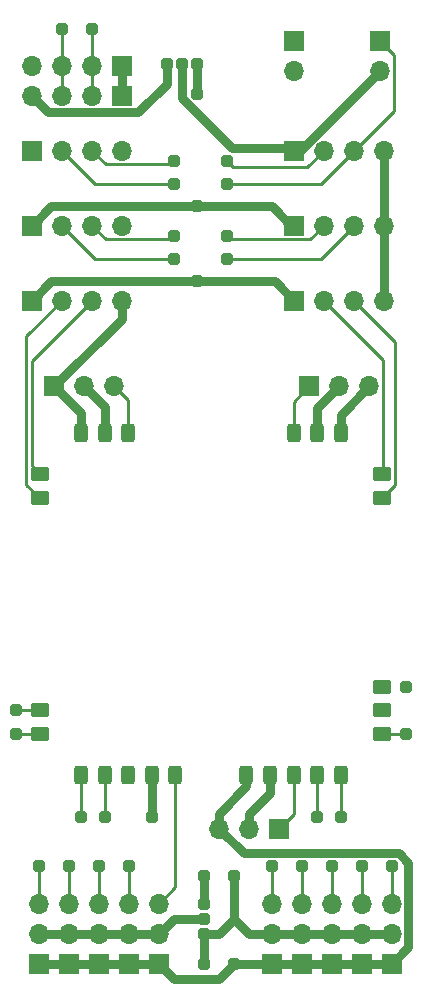
<source format=gbr>
%TF.GenerationSoftware,KiCad,Pcbnew,7.0.10*%
%TF.CreationDate,2024-02-19T04:42:38+05:30*%
%TF.ProjectId,breakout,62726561-6b6f-4757-942e-6b696361645f,rev?*%
%TF.SameCoordinates,Original*%
%TF.FileFunction,Copper,L1,Top*%
%TF.FilePolarity,Positive*%
%FSLAX46Y46*%
G04 Gerber Fmt 4.6, Leading zero omitted, Abs format (unit mm)*
G04 Created by KiCad (PCBNEW 7.0.10) date 2024-02-19 04:42:38*
%MOMM*%
%LPD*%
G01*
G04 APERTURE LIST*
G04 Aperture macros list*
%AMRoundRect*
0 Rectangle with rounded corners*
0 $1 Rounding radius*
0 $2 $3 $4 $5 $6 $7 $8 $9 X,Y pos of 4 corners*
0 Add a 4 corners polygon primitive as box body*
4,1,4,$2,$3,$4,$5,$6,$7,$8,$9,$2,$3,0*
0 Add four circle primitives for the rounded corners*
1,1,$1+$1,$2,$3*
1,1,$1+$1,$4,$5*
1,1,$1+$1,$6,$7*
1,1,$1+$1,$8,$9*
0 Add four rect primitives between the rounded corners*
20,1,$1+$1,$2,$3,$4,$5,0*
20,1,$1+$1,$4,$5,$6,$7,0*
20,1,$1+$1,$6,$7,$8,$9,0*
20,1,$1+$1,$8,$9,$2,$3,0*%
G04 Aperture macros list end*
%TA.AperFunction,SMDPad,CuDef*%
%ADD10RoundRect,0.300000X-0.500000X-0.300000X0.500000X-0.300000X0.500000X0.300000X-0.500000X0.300000X0*%
%TD*%
%TA.AperFunction,SMDPad,CuDef*%
%ADD11RoundRect,0.300000X0.300000X-0.500000X0.300000X0.500000X-0.300000X0.500000X-0.300000X-0.500000X0*%
%TD*%
%TA.AperFunction,SMDPad,CuDef*%
%ADD12RoundRect,0.250000X-0.250000X-0.250000X0.250000X-0.250000X0.250000X0.250000X-0.250000X0.250000X0*%
%TD*%
%TA.AperFunction,ComponentPad*%
%ADD13R,1.700000X1.700000*%
%TD*%
%TA.AperFunction,ComponentPad*%
%ADD14O,1.700000X1.700000*%
%TD*%
%TA.AperFunction,SMDPad,CuDef*%
%ADD15RoundRect,0.250000X-0.250000X0.250000X-0.250000X-0.250000X0.250000X-0.250000X0.250000X0.250000X0*%
%TD*%
%TA.AperFunction,Conductor*%
%ADD16C,0.250000*%
%TD*%
%TA.AperFunction,Conductor*%
%ADD17C,0.750000*%
%TD*%
G04 APERTURE END LIST*
D10*
%TO.P,U1,25,S9*%
%TO.N,Net-(J16-Pin_1)*%
X153500000Y-115000000D03*
D11*
%TO.P,U1,24,G*%
%TO.N,unconnected-(U1-G-Pad24)*%
X132000000Y-122500000D03*
D10*
%TO.P,U1,23,T6*%
%TO.N,Net-(J30-Pin_2)*%
X153500000Y-97000000D03*
%TO.P,U1,22,R6*%
%TO.N,Net-(J30-Pin_3)*%
X153500000Y-99000000D03*
%TO.P,U1,21,S10*%
%TO.N,Net-(J15-Pin_1)*%
X153500000Y-117000000D03*
%TO.P,U1,20,Rssi*%
%TO.N,unconnected-(U1-Rssi-Pad20)*%
X153500000Y-119000000D03*
D11*
%TO.P,U1,19,R2*%
%TO.N,Net-(J35-Pin_1)*%
X150000000Y-122500000D03*
%TO.P,U1,18,T2*%
%TO.N,Net-(J34-Pin_1)*%
X148000000Y-122500000D03*
%TO.P,U1,17,Sbs*%
%TO.N,Net-(J14-Pin_1)*%
X146000000Y-122500000D03*
%TO.P,U1,16,4v5*%
%TO.N,Net-(J14-Pin_2)*%
X144000000Y-122500000D03*
%TO.P,U1,15,G*%
%TO.N,Net-(J10-Pin_1)*%
X142000000Y-122500000D03*
%TO.P,U1,14,BZ-*%
%TO.N,Net-(J8-Pin_3)*%
X136000000Y-122500000D03*
%TO.P,U1,13,4v5*%
%TO.N,Net-(J3-Pin_1)*%
X134000000Y-122500000D03*
%TO.P,U1,12,T5*%
%TO.N,Net-(J2-Pin_1)*%
X130000000Y-122500000D03*
%TO.P,U1,11,R5*%
%TO.N,Net-(J1-Pin_1)*%
X128000000Y-122500000D03*
D10*
%TO.P,U1,10,SDA*%
%TO.N,Net-(J40-Pin_1)*%
X124500000Y-119000000D03*
%TO.P,U1,9,SCl*%
%TO.N,Net-(J41-Pin_1)*%
X124500000Y-117000000D03*
%TO.P,U1,8,T3*%
%TO.N,Net-(J23-Pin_2)*%
X124500000Y-99000000D03*
%TO.P,U1,7,R3*%
%TO.N,Net-(J23-Pin_3)*%
X124500000Y-97000000D03*
D11*
%TO.P,U1,6,G*%
%TO.N,/gnd*%
X128000000Y-93500000D03*
%TO.P,U1,5,5V*%
%TO.N,Net-(J21-Pin_2)*%
X130000000Y-93500000D03*
%TO.P,U1,4,Cam*%
%TO.N,Net-(J21-Pin_3)*%
X132000000Y-93500000D03*
%TO.P,U1,3,VTx*%
%TO.N,Net-(J19-Pin_1)*%
X146000000Y-93500000D03*
%TO.P,U1,2,10V*%
%TO.N,Net-(J19-Pin_2)*%
X148000000Y-93500000D03*
%TO.P,U1,1,G*%
%TO.N,/gnd*%
X150000000Y-93500000D03*
%TD*%
D12*
%TO.P,J49,1,Pin_1*%
%TO.N,Net-(J49-Pin_1)*%
X137795000Y-64770000D03*
%TD*%
%TO.P,J42,1,Pin_1*%
%TO.N,Net-(J21-Pin_2)*%
X135255000Y-62230000D03*
%TD*%
%TO.P,J67,1,Pin_1*%
%TO.N,Net-(J17-Pin_2)*%
X136525000Y-62230000D03*
%TD*%
%TO.P,J68,1,Pin_1*%
%TO.N,Net-(J49-Pin_1)*%
X137795000Y-62230000D03*
%TD*%
D13*
%TO.P,J17,1,Pin_1*%
%TO.N,Net-(J17-Pin_1)*%
X153310000Y-60325000D03*
D14*
%TO.P,J17,2,Pin_2*%
%TO.N,Net-(J17-Pin_2)*%
X153310000Y-62865000D03*
%TD*%
D13*
%TO.P,J18,1,Pin_1*%
%TO.N,/gnd*%
X146050000Y-60325000D03*
D14*
%TO.P,J18,2,Pin_2*%
%TO.N,Net-(J18-Pin_2)*%
X146050000Y-62865000D03*
%TD*%
D15*
%TO.P,J59,1,Pin_1*%
%TO.N,Net-(J26-Pin_3)*%
X126365000Y-59323333D03*
%TD*%
D13*
%TO.P,J27,1,Pin_1*%
%TO.N,/gnd*%
X131435000Y-64933333D03*
D14*
%TO.P,J27,2,Pin_2*%
%TO.N,Net-(J26-Pin_2)*%
X128895000Y-64933333D03*
%TO.P,J27,3,Pin_3*%
%TO.N,Net-(J26-Pin_3)*%
X126355000Y-64933333D03*
%TO.P,J27,4,Pin_4*%
%TO.N,Net-(J21-Pin_2)*%
X123815000Y-64933333D03*
%TD*%
D15*
%TO.P,J58,1,Pin_1*%
%TO.N,Net-(J26-Pin_2)*%
X128905000Y-59323333D03*
%TD*%
D13*
%TO.P,J26,1,Pin_1*%
%TO.N,/gnd*%
X131435000Y-62393333D03*
D14*
%TO.P,J26,2,Pin_2*%
%TO.N,Net-(J26-Pin_2)*%
X128895000Y-62393333D03*
%TO.P,J26,3,Pin_3*%
%TO.N,Net-(J26-Pin_3)*%
X126355000Y-62393333D03*
%TO.P,J26,4,Pin_4*%
%TO.N,Net-(J21-Pin_2)*%
X123815000Y-62393333D03*
%TD*%
D12*
%TO.P,J64,1,Pin_1*%
%TO.N,Net-(J4-Pin_3)*%
X124460000Y-130175000D03*
%TD*%
%TO.P,J39,1,Pin_1*%
%TO.N,Net-(J10-Pin_1)*%
X140970000Y-138430000D03*
%TD*%
D13*
%TO.P,J32,1,Pin_1*%
%TO.N,Net-(J17-Pin_2)*%
X146050000Y-69600000D03*
D14*
%TO.P,J32,2,Pin_2*%
%TO.N,Net-(J18-Pin_2)*%
X148590000Y-69600000D03*
%TO.P,J32,3,Pin_3*%
%TO.N,Net-(J17-Pin_1)*%
X151130000Y-69600000D03*
%TO.P,J32,4,Pin_4*%
%TO.N,/gnd*%
X153670000Y-69600000D03*
%TD*%
D12*
%TO.P,J40,1,Pin_1*%
%TO.N,Net-(J40-Pin_1)*%
X122500000Y-119000000D03*
%TD*%
%TO.P,J16,1,Pin_1*%
%TO.N,Net-(J16-Pin_1)*%
X155500000Y-115000000D03*
%TD*%
D14*
%TO.P,J20,3,Pin_3*%
%TO.N,/gnd*%
X152415000Y-89535000D03*
%TO.P,J20,2,Pin_2*%
%TO.N,Net-(J19-Pin_2)*%
X149875000Y-89535000D03*
D13*
%TO.P,J20,1,Pin_1*%
%TO.N,Net-(J19-Pin_1)*%
X147335000Y-89535000D03*
%TD*%
D14*
%TO.P,J8,3,Pin_3*%
%TO.N,Net-(J8-Pin_3)*%
X134620000Y-133350000D03*
%TO.P,J8,2,Pin_2*%
%TO.N,Net-(J4-Pin_2)*%
X134620000Y-135890000D03*
D13*
%TO.P,J8,1,Pin_1*%
%TO.N,Net-(J10-Pin_1)*%
X134620000Y-138430000D03*
%TD*%
D12*
%TO.P,J15,1,Pin_1*%
%TO.N,Net-(J15-Pin_1)*%
X155500000Y-119000000D03*
%TD*%
D14*
%TO.P,J5,3,Pin_3*%
%TO.N,Net-(J5-Pin_3)*%
X127000000Y-133350000D03*
%TO.P,J5,2,Pin_2*%
%TO.N,Net-(J4-Pin_2)*%
X127000000Y-135890000D03*
D13*
%TO.P,J5,1,Pin_1*%
%TO.N,Net-(J10-Pin_1)*%
X127000000Y-138430000D03*
%TD*%
D12*
%TO.P,J60,1,Pin_1*%
%TO.N,Net-(J12-Pin_3)*%
X151765000Y-130175000D03*
%TD*%
D14*
%TO.P,J10,3,Pin_3*%
%TO.N,Net-(J10-Pin_3)*%
X146685000Y-133350000D03*
%TO.P,J10,2,Pin_2*%
%TO.N,Net-(J10-Pin_2)*%
X146685000Y-135890000D03*
D13*
%TO.P,J10,1,Pin_1*%
%TO.N,Net-(J10-Pin_1)*%
X146685000Y-138430000D03*
%TD*%
D12*
%TO.P,J54,1,Pin_1*%
%TO.N,Net-(J17-Pin_1)*%
X140335000Y-72390000D03*
%TD*%
D14*
%TO.P,J4,3,Pin_3*%
%TO.N,Net-(J4-Pin_3)*%
X124460000Y-133350000D03*
%TO.P,J4,2,Pin_2*%
%TO.N,Net-(J4-Pin_2)*%
X124460000Y-135890000D03*
D13*
%TO.P,J4,1,Pin_1*%
%TO.N,Net-(J10-Pin_1)*%
X124460000Y-138430000D03*
%TD*%
D12*
%TO.P,J35,1,Pin_1*%
%TO.N,Net-(J35-Pin_1)*%
X150000000Y-126000000D03*
%TD*%
%TO.P,J1,1,Pin_1*%
%TO.N,Net-(J1-Pin_1)*%
X128000000Y-126000000D03*
%TD*%
%TO.P,J43,1,Pin_1*%
%TO.N,Net-(J36-Pin_1)*%
X138430000Y-133350000D03*
%TD*%
%TO.P,J53,1,Pin_1*%
%TO.N,Net-(J18-Pin_2)*%
X140335000Y-70485000D03*
%TD*%
%TO.P,J50,1,Pin_1*%
%TO.N,Net-(J50-Pin_1)*%
X144145000Y-130175000D03*
%TD*%
D14*
%TO.P,J7,3,Pin_3*%
%TO.N,Net-(J33-Pin_1)*%
X132080000Y-133350000D03*
%TO.P,J7,2,Pin_2*%
%TO.N,Net-(J4-Pin_2)*%
X132080000Y-135890000D03*
D13*
%TO.P,J7,1,Pin_1*%
%TO.N,Net-(J10-Pin_1)*%
X132080000Y-138430000D03*
%TD*%
D12*
%TO.P,J37,1,Pin_1*%
%TO.N,Net-(J10-Pin_2)*%
X140970000Y-131000000D03*
%TD*%
%TO.P,J63,1,Pin_1*%
%TO.N,Net-(J5-Pin_3)*%
X127000000Y-130175000D03*
%TD*%
%TO.P,J52,1,Pin_1*%
%TO.N,Net-(J11-Pin_3)*%
X149225000Y-130175000D03*
%TD*%
%TO.P,J47,1,Pin_1*%
%TO.N,Net-(J24-Pin_3)*%
X135890000Y-76835000D03*
%TD*%
D14*
%TO.P,J31,4,Pin_4*%
%TO.N,/gnd*%
X153670000Y-75950000D03*
%TO.P,J31,3,Pin_3*%
%TO.N,Net-(J31-Pin_3)*%
X151130000Y-75950000D03*
%TO.P,J31,2,Pin_2*%
%TO.N,Net-(J31-Pin_2)*%
X148590000Y-75950000D03*
D13*
%TO.P,J31,1,Pin_1*%
%TO.N,Net-(J24-Pin_1)*%
X146050000Y-75950000D03*
%TD*%
D12*
%TO.P,J57,1,Pin_1*%
%TO.N,Net-(J23-Pin_1)*%
X137795000Y-80645000D03*
%TD*%
%TO.P,J62,1,Pin_1*%
%TO.N,Net-(J6-Pin_3)*%
X129540000Y-130175000D03*
%TD*%
D14*
%TO.P,J14,3,Pin_3*%
%TO.N,Net-(J10-Pin_1)*%
X139685000Y-127000000D03*
%TO.P,J14,2,Pin_2*%
%TO.N,Net-(J14-Pin_2)*%
X142225000Y-127000000D03*
D13*
%TO.P,J14,1,Pin_1*%
%TO.N,Net-(J14-Pin_1)*%
X144765000Y-127000000D03*
%TD*%
D12*
%TO.P,J65,1,Pin_1*%
%TO.N,Net-(J4-Pin_2)*%
X138430000Y-134620000D03*
%TD*%
%TO.P,J55,1,Pin_1*%
%TO.N,Net-(J31-Pin_2)*%
X140335000Y-76835000D03*
%TD*%
%TO.P,J51,1,Pin_1*%
%TO.N,Net-(J10-Pin_3)*%
X146685000Y-130175000D03*
%TD*%
%TO.P,J45,1,Pin_1*%
%TO.N,Net-(J25-Pin_3)*%
X135890000Y-70485000D03*
%TD*%
D14*
%TO.P,J24,4,Pin_4*%
%TO.N,/gnd*%
X131455000Y-75950000D03*
%TO.P,J24,3,Pin_3*%
%TO.N,Net-(J24-Pin_3)*%
X128915000Y-75950000D03*
%TO.P,J24,2,Pin_2*%
%TO.N,Net-(J24-Pin_2)*%
X126375000Y-75950000D03*
D13*
%TO.P,J24,1,Pin_1*%
%TO.N,Net-(J24-Pin_1)*%
X123835000Y-75950000D03*
%TD*%
D12*
%TO.P,J61,1,Pin_1*%
%TO.N,Net-(J13-Pin_3)*%
X154305000Y-130175000D03*
%TD*%
D14*
%TO.P,J11,3,Pin_3*%
%TO.N,Net-(J11-Pin_3)*%
X149225000Y-133350000D03*
%TO.P,J11,2,Pin_2*%
%TO.N,Net-(J10-Pin_2)*%
X149225000Y-135890000D03*
D13*
%TO.P,J11,1,Pin_1*%
%TO.N,Net-(J10-Pin_1)*%
X149225000Y-138430000D03*
%TD*%
D12*
%TO.P,J41,1,Pin_1*%
%TO.N,Net-(J41-Pin_1)*%
X122500000Y-117000000D03*
%TD*%
%TO.P,J36,1,Pin_1*%
%TO.N,Net-(J36-Pin_1)*%
X138430000Y-131000000D03*
%TD*%
D14*
%TO.P,J25,4,Pin_4*%
%TO.N,/gnd*%
X131445000Y-69600000D03*
%TO.P,J25,3,Pin_3*%
%TO.N,Net-(J25-Pin_3)*%
X128905000Y-69600000D03*
%TO.P,J25,2,Pin_2*%
%TO.N,Net-(J25-Pin_2)*%
X126365000Y-69600000D03*
D13*
%TO.P,J25,1,Pin_1*%
%TO.N,Net-(J21-Pin_2)*%
X123825000Y-69600000D03*
%TD*%
D12*
%TO.P,J2,1,Pin_1*%
%TO.N,Net-(J2-Pin_1)*%
X130000000Y-126000000D03*
%TD*%
%TO.P,J56,1,Pin_1*%
%TO.N,Net-(J31-Pin_3)*%
X140335000Y-78740000D03*
%TD*%
D14*
%TO.P,J13,3,Pin_3*%
%TO.N,Net-(J13-Pin_3)*%
X154305000Y-133350000D03*
%TO.P,J13,2,Pin_2*%
%TO.N,Net-(J10-Pin_2)*%
X154305000Y-135890000D03*
D13*
%TO.P,J13,1,Pin_1*%
%TO.N,Net-(J10-Pin_1)*%
X154305000Y-138430000D03*
%TD*%
D12*
%TO.P,J33,1,Pin_1*%
%TO.N,Net-(J33-Pin_1)*%
X132080000Y-130175000D03*
%TD*%
D14*
%TO.P,J9,3,Pin_3*%
%TO.N,Net-(J50-Pin_1)*%
X144145000Y-133350000D03*
%TO.P,J9,2,Pin_2*%
%TO.N,Net-(J10-Pin_2)*%
X144145000Y-135890000D03*
D13*
%TO.P,J9,1,Pin_1*%
%TO.N,Net-(J10-Pin_1)*%
X144145000Y-138430000D03*
%TD*%
D12*
%TO.P,J46,1,Pin_1*%
%TO.N,Net-(J24-Pin_2)*%
X135890000Y-78740000D03*
%TD*%
D14*
%TO.P,J12,3,Pin_3*%
%TO.N,Net-(J12-Pin_3)*%
X151765000Y-133350000D03*
%TO.P,J12,2,Pin_2*%
%TO.N,Net-(J10-Pin_2)*%
X151765000Y-135890000D03*
D13*
%TO.P,J12,1,Pin_1*%
%TO.N,Net-(J10-Pin_1)*%
X151765000Y-138430000D03*
%TD*%
D12*
%TO.P,J3,1,Pin_1*%
%TO.N,Net-(J3-Pin_1)*%
X134000000Y-126000000D03*
%TD*%
D14*
%TO.P,J23,4,Pin_4*%
%TO.N,/gnd*%
X131445000Y-82300000D03*
%TO.P,J23,3,Pin_3*%
%TO.N,Net-(J23-Pin_3)*%
X128905000Y-82300000D03*
%TO.P,J23,2,Pin_2*%
%TO.N,Net-(J23-Pin_2)*%
X126365000Y-82300000D03*
D13*
%TO.P,J23,1,Pin_1*%
%TO.N,Net-(J23-Pin_1)*%
X123825000Y-82300000D03*
%TD*%
D12*
%TO.P,J48,1,Pin_1*%
%TO.N,Net-(J24-Pin_1)*%
X137795000Y-74295000D03*
%TD*%
D14*
%TO.P,J30,4,Pin_4*%
%TO.N,/gnd*%
X153670000Y-82300000D03*
%TO.P,J30,3,Pin_3*%
%TO.N,Net-(J30-Pin_3)*%
X151130000Y-82300000D03*
%TO.P,J30,2,Pin_2*%
%TO.N,Net-(J30-Pin_2)*%
X148590000Y-82300000D03*
D13*
%TO.P,J30,1,Pin_1*%
%TO.N,Net-(J23-Pin_1)*%
X146050000Y-82300000D03*
%TD*%
D14*
%TO.P,J6,3,Pin_3*%
%TO.N,Net-(J6-Pin_3)*%
X129540000Y-133350000D03*
%TO.P,J6,2,Pin_2*%
%TO.N,Net-(J4-Pin_2)*%
X129540000Y-135890000D03*
D13*
%TO.P,J6,1,Pin_1*%
%TO.N,Net-(J10-Pin_1)*%
X129540000Y-138430000D03*
%TD*%
D12*
%TO.P,J34,1,Pin_1*%
%TO.N,Net-(J34-Pin_1)*%
X148000000Y-126000000D03*
%TD*%
D14*
%TO.P,J22,3,Pin_3*%
%TO.N,Net-(J21-Pin_3)*%
X130810000Y-89535000D03*
%TO.P,J22,2,Pin_2*%
%TO.N,Net-(J21-Pin_2)*%
X128270000Y-89535000D03*
D13*
%TO.P,J22,1,Pin_1*%
%TO.N,/gnd*%
X125730000Y-89535000D03*
%TD*%
D12*
%TO.P,J44,1,Pin_1*%
%TO.N,Net-(J25-Pin_2)*%
X135890000Y-72390000D03*
%TD*%
%TO.P,J38,1,Pin_1*%
%TO.N,Net-(J10-Pin_2)*%
X138430000Y-138430000D03*
%TD*%
%TO.P,J66,1,Pin_1*%
%TO.N,Net-(J10-Pin_2)*%
X138430000Y-135890000D03*
%TD*%
D16*
%TO.N,Net-(J17-Pin_1)*%
X154485000Y-66245000D02*
X154485000Y-61500000D01*
X151130000Y-69600000D02*
X154485000Y-66245000D01*
X154485000Y-61500000D02*
X153310000Y-60325000D01*
D17*
%TO.N,Net-(J17-Pin_2)*%
X145860000Y-69410000D02*
X140761346Y-69410000D01*
X146050000Y-69600000D02*
X145860000Y-69410000D01*
X140761346Y-69410000D02*
X136525000Y-65173654D01*
X153310000Y-62865000D02*
X146575000Y-69600000D01*
X146575000Y-69600000D02*
X146050000Y-69600000D01*
%TO.N,/gnd*%
X153670000Y-69600000D02*
X153670000Y-75950000D01*
D16*
%TO.N,Net-(J31-Pin_3)*%
X151130000Y-75950000D02*
X148340000Y-78740000D01*
X148340000Y-78740000D02*
X140335000Y-78740000D01*
%TO.N,Net-(J31-Pin_2)*%
X140625000Y-77125000D02*
X140335000Y-76835000D01*
X147415000Y-77125000D02*
X140625000Y-77125000D01*
X148590000Y-75950000D02*
X147415000Y-77125000D01*
%TO.N,Net-(J25-Pin_3)*%
X135600000Y-70775000D02*
X135890000Y-70485000D01*
X130080000Y-70775000D02*
X135600000Y-70775000D01*
X128905000Y-69600000D02*
X130080000Y-70775000D01*
%TO.N,Net-(J17-Pin_1)*%
X148340000Y-72390000D02*
X147320000Y-72390000D01*
X151130000Y-69600000D02*
X148340000Y-72390000D01*
X140335000Y-72390000D02*
X147320000Y-72390000D01*
%TO.N,Net-(J18-Pin_2)*%
X148590000Y-69600000D02*
X147165000Y-71025000D01*
X147165000Y-71025000D02*
X146304000Y-71025000D01*
X140875000Y-71025000D02*
X146304000Y-71025000D01*
%TO.N,Net-(J15-Pin_1)*%
X153500000Y-119000000D02*
X155500000Y-119000000D01*
%TO.N,Net-(J17-Pin_1)*%
X153310000Y-60325000D02*
X153670000Y-60325000D01*
%TO.N,Net-(J41-Pin_1)*%
X124500000Y-117000000D02*
X122500000Y-117000000D01*
%TO.N,Net-(J40-Pin_1)*%
X124500000Y-119000000D02*
X122500000Y-119000000D01*
%TO.N,Net-(J1-Pin_1)*%
X128000000Y-122500000D02*
X128000000Y-126000000D01*
%TO.N,Net-(J2-Pin_1)*%
X130000000Y-122500000D02*
X130000000Y-126000000D01*
D17*
%TO.N,Net-(J3-Pin_1)*%
X134000000Y-126000000D02*
X134000000Y-122500000D01*
%TO.N,Net-(J10-Pin_1)*%
X154903654Y-129100000D02*
X155730000Y-129926346D01*
X151765000Y-138430000D02*
X149225000Y-138430000D01*
X124460000Y-138430000D02*
X127000000Y-138430000D01*
X144145000Y-138430000D02*
X140970000Y-138430000D01*
X142000000Y-123430000D02*
X142000000Y-122500000D01*
X149225000Y-138430000D02*
X146685000Y-138430000D01*
X134620000Y-138430000D02*
X132080000Y-138430000D01*
X140970000Y-138430000D02*
X139700000Y-139700000D01*
X132080000Y-138430000D02*
X129540000Y-138430000D01*
X139700000Y-139700000D02*
X135890000Y-139700000D01*
X155730000Y-137005000D02*
X154305000Y-138430000D01*
X144145000Y-138430000D02*
X146685000Y-138430000D01*
X139685000Y-127000000D02*
X141785000Y-129100000D01*
X135890000Y-139700000D02*
X134620000Y-138430000D01*
X154305000Y-138430000D02*
X151765000Y-138430000D01*
X139685000Y-127000000D02*
X139685000Y-125745000D01*
X155730000Y-129926346D02*
X155730000Y-137005000D01*
X127000000Y-138430000D02*
X129540000Y-138430000D01*
X141785000Y-129100000D02*
X154903654Y-129100000D01*
X139685000Y-125745000D02*
X142000000Y-123430000D01*
%TO.N,Net-(J4-Pin_2)*%
X135890000Y-134620000D02*
X138430000Y-134620000D01*
X134620000Y-135890000D02*
X135890000Y-134620000D01*
X124460000Y-135890000D02*
X127000000Y-135890000D01*
X129540000Y-135890000D02*
X127000000Y-135890000D01*
X134620000Y-135890000D02*
X132080000Y-135890000D01*
X132080000Y-135890000D02*
X129540000Y-135890000D01*
D16*
%TO.N,Net-(J4-Pin_3)*%
X124460000Y-130175000D02*
X124460000Y-133350000D01*
%TO.N,Net-(J5-Pin_3)*%
X127000000Y-130175000D02*
X127000000Y-133350000D01*
%TO.N,Net-(J6-Pin_3)*%
X129540000Y-130175000D02*
X129540000Y-133350000D01*
%TO.N,Net-(J33-Pin_1)*%
X132080000Y-130175000D02*
X132080000Y-133350000D01*
%TO.N,Net-(J8-Pin_3)*%
X136000000Y-131970000D02*
X134620000Y-133350000D01*
X136000000Y-131970000D02*
X136000000Y-122500000D01*
D17*
%TO.N,Net-(J10-Pin_2)*%
X140970000Y-134620000D02*
X139700000Y-135890000D01*
X151765000Y-135890000D02*
X154305000Y-135890000D01*
X142240000Y-135890000D02*
X144145000Y-135890000D01*
X144145000Y-135890000D02*
X146685000Y-135890000D01*
X149225000Y-135890000D02*
X151765000Y-135890000D01*
X140970000Y-131000000D02*
X140970000Y-134620000D01*
X146685000Y-135890000D02*
X149225000Y-135890000D01*
X138430000Y-135890000D02*
X138430000Y-138430000D01*
X139700000Y-135890000D02*
X138430000Y-135890000D01*
X140970000Y-134620000D02*
X142240000Y-135890000D01*
D16*
%TO.N,Net-(J50-Pin_1)*%
X144145000Y-130175000D02*
X144145000Y-133350000D01*
%TO.N,Net-(J10-Pin_3)*%
X146685000Y-130175000D02*
X146685000Y-133350000D01*
%TO.N,Net-(J11-Pin_3)*%
X149225000Y-130175000D02*
X149225000Y-133350000D01*
%TO.N,Net-(J12-Pin_3)*%
X151765000Y-130175000D02*
X151765000Y-133350000D01*
%TO.N,Net-(J13-Pin_3)*%
X154305000Y-130175000D02*
X154305000Y-133350000D01*
%TO.N,Net-(J14-Pin_1)*%
X146000000Y-125765000D02*
X144765000Y-127000000D01*
X146000000Y-125765000D02*
X146000000Y-122500000D01*
D17*
%TO.N,Net-(J14-Pin_2)*%
X142225000Y-125745000D02*
X144000000Y-123970000D01*
X144000000Y-123970000D02*
X144000000Y-122500000D01*
X142225000Y-127000000D02*
X142225000Y-125745000D01*
D16*
%TO.N,Net-(J18-Pin_2)*%
X140335000Y-70485000D02*
X140875000Y-71025000D01*
D17*
%TO.N,Net-(J17-Pin_2)*%
X136525000Y-62230000D02*
X136525000Y-65173654D01*
%TO.N,/gnd*%
X125730000Y-89535000D02*
X131445000Y-83820000D01*
X131445000Y-75960000D02*
X131455000Y-75950000D01*
X150000000Y-91950000D02*
X152415000Y-89535000D01*
X128000000Y-93500000D02*
X128000000Y-91805000D01*
X128000000Y-91805000D02*
X125730000Y-89535000D01*
X131435000Y-69590000D02*
X131445000Y-69600000D01*
X131435000Y-62393333D02*
X131435000Y-64933333D01*
X150000000Y-93500000D02*
X150000000Y-91950000D01*
X131445000Y-83820000D02*
X131445000Y-82300000D01*
X153670000Y-76200000D02*
X153670000Y-82300000D01*
X131455000Y-69610000D02*
X131445000Y-69600000D01*
D16*
%TO.N,Net-(J19-Pin_1)*%
X146000000Y-93500000D02*
X146000000Y-90870000D01*
X146000000Y-90870000D02*
X147335000Y-89535000D01*
D17*
%TO.N,Net-(J19-Pin_2)*%
X149875000Y-89535000D02*
X148000000Y-91410000D01*
X148000000Y-93500000D02*
X148000000Y-91410000D01*
%TO.N,Net-(J21-Pin_2)*%
X125240000Y-66358333D02*
X132860000Y-66358333D01*
X130000000Y-93500000D02*
X130000000Y-91265000D01*
X135255000Y-63963333D02*
X135255000Y-62230000D01*
X130000000Y-91265000D02*
X128270000Y-89535000D01*
X132860000Y-66358333D02*
X135255000Y-63963333D01*
X123815000Y-64933333D02*
X125240000Y-66358333D01*
D16*
%TO.N,Net-(J21-Pin_3)*%
X132000000Y-90725000D02*
X130810000Y-89535000D01*
X132000000Y-93500000D02*
X132000000Y-90725000D01*
D17*
%TO.N,Net-(J23-Pin_1)*%
X144395000Y-80645000D02*
X146050000Y-82300000D01*
X137795000Y-80645000D02*
X125480000Y-80645000D01*
X125480000Y-80645000D02*
X123825000Y-82300000D01*
X137795000Y-80645000D02*
X144395000Y-80645000D01*
D16*
%TO.N,Net-(J23-Pin_2)*%
X124500000Y-99000000D02*
X123375000Y-97875000D01*
X123375000Y-85290000D02*
X126365000Y-82300000D01*
X123375000Y-97875000D02*
X123375000Y-85290000D01*
%TO.N,Net-(J23-Pin_3)*%
X123825000Y-96325000D02*
X123825000Y-87380000D01*
X123825000Y-87380000D02*
X128905000Y-82300000D01*
X124500000Y-97000000D02*
X123825000Y-96325000D01*
D17*
%TO.N,Net-(J24-Pin_1)*%
X137795000Y-74295000D02*
X125490000Y-74295000D01*
X125490000Y-74295000D02*
X123835000Y-75950000D01*
X137795000Y-74295000D02*
X144145000Y-74295000D01*
X144145000Y-74295000D02*
X146050000Y-76200000D01*
D16*
%TO.N,Net-(J24-Pin_2)*%
X135890000Y-78740000D02*
X129165000Y-78740000D01*
X129165000Y-78740000D02*
X126375000Y-75950000D01*
%TO.N,Net-(J24-Pin_3)*%
X135600000Y-77125000D02*
X130090000Y-77125000D01*
X130090000Y-77125000D02*
X128915000Y-75950000D01*
X135890000Y-76835000D02*
X135600000Y-77125000D01*
%TO.N,Net-(J25-Pin_2)*%
X129155000Y-72390000D02*
X126365000Y-69600000D01*
X135890000Y-72390000D02*
X129155000Y-72390000D01*
%TO.N,Net-(J26-Pin_2)*%
X128905000Y-59323333D02*
X128905000Y-62383333D01*
X128905000Y-62383333D02*
X128895000Y-62393333D01*
X128895000Y-62393333D02*
X128895000Y-64933333D01*
%TO.N,Net-(J26-Pin_3)*%
X126365000Y-59323333D02*
X126365000Y-62383333D01*
X126355000Y-62393333D02*
X126355000Y-64933333D01*
X126365000Y-62383333D02*
X126355000Y-62393333D01*
%TO.N,Net-(J30-Pin_2)*%
X153270000Y-86980000D02*
X153600000Y-87310000D01*
X148590000Y-82300000D02*
X153270000Y-86980000D01*
X153590000Y-96910000D02*
X153590000Y-87300000D01*
X153590000Y-87300000D02*
X153270000Y-86980000D01*
X153500000Y-97000000D02*
X153590000Y-96910000D01*
%TO.N,Net-(J30-Pin_3)*%
X153500000Y-99000000D02*
X154625000Y-97875000D01*
X154625000Y-85795000D02*
X151130000Y-82300000D01*
X154625000Y-97875000D02*
X154625000Y-85795000D01*
%TO.N,Net-(J34-Pin_1)*%
X148000000Y-126000000D02*
X148000000Y-122500000D01*
%TO.N,Net-(J35-Pin_1)*%
X150000000Y-126000000D02*
X150000000Y-122500000D01*
D17*
%TO.N,Net-(J36-Pin_1)*%
X138430000Y-131000000D02*
X138430000Y-133350000D01*
%TO.N,Net-(J49-Pin_1)*%
X137795000Y-62230000D02*
X137795000Y-64770000D01*
%TD*%
M02*

</source>
